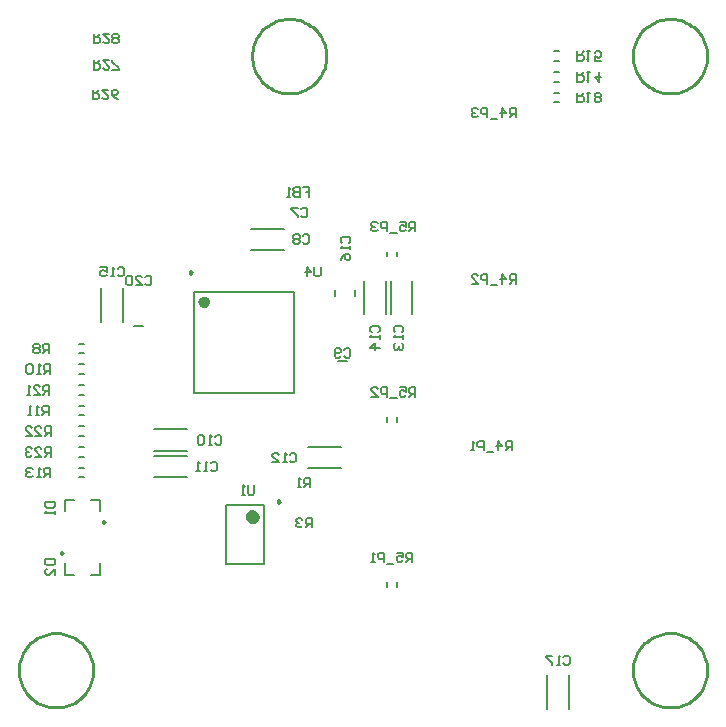
<source format=gbo>
G04*
G04 #@! TF.GenerationSoftware,Altium Limited,Altium Designer,20.2.6 (244)*
G04*
G04 Layer_Color=32896*
%FSLAX25Y25*%
%MOIN*%
G70*
G04*
G04 #@! TF.SameCoordinates,023A6027-31B4-44E3-9114-37264AD4D944*
G04*
G04*
G04 #@! TF.FilePolarity,Positive*
G04*
G01*
G75*
%ADD13C,0.01000*%
%ADD14C,0.00984*%
%ADD16C,0.00787*%
%ADD82C,0.01968*%
%ADD119C,0.02362*%
D13*
X105904Y220472D02*
X105864Y221470D01*
X105743Y222462D01*
X105544Y223440D01*
X105266Y224399D01*
X104912Y225333D01*
X104484Y226235D01*
X103984Y227100D01*
X103417Y227922D01*
X102786Y228695D01*
X102094Y229415D01*
X101346Y230078D01*
X100548Y230677D01*
X99704Y231211D01*
X98820Y231675D01*
X97901Y232067D01*
X96954Y232383D01*
X95984Y232622D01*
X94999Y232782D01*
X94003Y232862D01*
X93005D01*
X92009Y232782D01*
X91024Y232622D01*
X90054Y232383D01*
X89107Y232067D01*
X88188Y231675D01*
X87304Y231211D01*
X86460Y230677D01*
X85662Y230078D01*
X84914Y229415D01*
X84222Y228695D01*
X83591Y227922D01*
X83024Y227100D01*
X82524Y226235D01*
X82096Y225333D01*
X81742Y224399D01*
X81464Y223440D01*
X81265Y222462D01*
X81144Y221470D01*
X81104Y220472D01*
X81144Y219475D01*
X81265Y218483D01*
X81464Y217505D01*
X81742Y216546D01*
X82096Y215612D01*
X82524Y214710D01*
X83024Y213845D01*
X83591Y213023D01*
X84222Y212250D01*
X84914Y211529D01*
X85662Y210867D01*
X86460Y210267D01*
X87304Y209734D01*
X88188Y209270D01*
X89107Y208878D01*
X90054Y208562D01*
X91024Y208323D01*
X92009Y208163D01*
X93005Y208083D01*
X94003D01*
X94999Y208163D01*
X95984Y208323D01*
X96954Y208562D01*
X97901Y208878D01*
X98820Y209270D01*
X99704Y209734D01*
X100548Y210267D01*
X101346Y210867D01*
X102094Y211529D01*
X102786Y212250D01*
X103417Y213023D01*
X103984Y213845D01*
X104484Y214710D01*
X104912Y215612D01*
X105266Y216546D01*
X105544Y217505D01*
X105743Y218483D01*
X105864Y219475D01*
X105904Y220472D01*
X28148Y15748D02*
X28108Y16746D01*
X27988Y17737D01*
X27788Y18715D01*
X27510Y19675D01*
X27156Y20608D01*
X26728Y21511D01*
X26228Y22375D01*
X25661Y23197D01*
X25030Y23971D01*
X24338Y24691D01*
X23590Y25353D01*
X22792Y25953D01*
X21948Y26487D01*
X21064Y26951D01*
X20145Y27342D01*
X19198Y27658D01*
X18228Y27897D01*
X17243Y28058D01*
X16247Y28138D01*
X15249D01*
X14253Y28058D01*
X13268Y27897D01*
X12298Y27658D01*
X11351Y27342D01*
X10432Y26951D01*
X9548Y26487D01*
X8704Y25953D01*
X7906Y25353D01*
X7158Y24691D01*
X6466Y23971D01*
X5835Y23197D01*
X5268Y22375D01*
X4768Y21511D01*
X4340Y20608D01*
X3986Y19675D01*
X3708Y18715D01*
X3509Y17737D01*
X3388Y16746D01*
X3348Y15748D01*
X3388Y14750D01*
X3509Y13759D01*
X3708Y12780D01*
X3986Y11821D01*
X4340Y10888D01*
X4768Y9985D01*
X5268Y9121D01*
X5835Y8299D01*
X6466Y7525D01*
X7158Y6805D01*
X7906Y6143D01*
X8704Y5543D01*
X9548Y5009D01*
X10432Y4545D01*
X11351Y4154D01*
X12298Y3838D01*
X13268Y3599D01*
X14253Y3438D01*
X15249Y3358D01*
X16247D01*
X17243Y3438D01*
X18228Y3599D01*
X19198Y3838D01*
X20145Y4154D01*
X21064Y4545D01*
X21948Y5009D01*
X22792Y5543D01*
X23590Y6143D01*
X24338Y6805D01*
X25030Y7525D01*
X25661Y8299D01*
X26228Y9121D01*
X26728Y9985D01*
X27156Y10888D01*
X27510Y11821D01*
X27788Y12780D01*
X27988Y13759D01*
X28108Y14750D01*
X28148Y15748D01*
X232872Y220472D02*
X232832Y221470D01*
X232712Y222462D01*
X232512Y223440D01*
X232234Y224399D01*
X231880Y225333D01*
X231452Y226235D01*
X230953Y227100D01*
X230385Y227922D01*
X229754Y228695D01*
X229062Y229415D01*
X228315Y230078D01*
X227516Y230677D01*
X226672Y231211D01*
X225788Y231675D01*
X224869Y232067D01*
X223922Y232383D01*
X222953Y232622D01*
X221967Y232782D01*
X220972Y232862D01*
X219973D01*
X218978Y232782D01*
X217992Y232622D01*
X217022Y232383D01*
X216075Y232067D01*
X215157Y231675D01*
X214272Y231211D01*
X213428Y230677D01*
X212630Y230078D01*
X211883Y229415D01*
X211191Y228695D01*
X210559Y227922D01*
X209992Y227100D01*
X209493Y226235D01*
X209065Y225333D01*
X208711Y224399D01*
X208433Y223440D01*
X208233Y222462D01*
X208113Y221470D01*
X208072Y220472D01*
X208113Y219475D01*
X208233Y218483D01*
X208433Y217505D01*
X208711Y216546D01*
X209065Y215612D01*
X209493Y214710D01*
X209992Y213845D01*
X210559Y213023D01*
X211191Y212250D01*
X211883Y211529D01*
X212630Y210867D01*
X213428Y210267D01*
X214272Y209734D01*
X215157Y209270D01*
X216075Y208878D01*
X217023Y208562D01*
X217992Y208323D01*
X218978Y208163D01*
X219973Y208083D01*
X220972D01*
X221967Y208163D01*
X222953Y208323D01*
X223922Y208562D01*
X224870Y208878D01*
X225788Y209270D01*
X226673Y209734D01*
X227517Y210267D01*
X228315Y210867D01*
X229062Y211529D01*
X229754Y212250D01*
X230385Y213023D01*
X230953Y213845D01*
X231452Y214710D01*
X231880Y215612D01*
X232234Y216546D01*
X232512Y217505D01*
X232712Y218483D01*
X232832Y219475D01*
X232872Y220472D01*
Y15748D02*
X232832Y16746D01*
X232712Y17737D01*
X232512Y18715D01*
X232234Y19675D01*
X231880Y20608D01*
X231452Y21511D01*
X230953Y22375D01*
X230385Y23197D01*
X229754Y23971D01*
X229062Y24691D01*
X228315Y25353D01*
X227516Y25953D01*
X226672Y26487D01*
X225788Y26951D01*
X224869Y27342D01*
X223922Y27658D01*
X222953Y27897D01*
X221967Y28058D01*
X220972Y28138D01*
X219973D01*
X218978Y28058D01*
X217992Y27897D01*
X217022Y27658D01*
X216075Y27342D01*
X215157Y26951D01*
X214272Y26487D01*
X213428Y25953D01*
X212630Y25353D01*
X211883Y24691D01*
X211191Y23971D01*
X210559Y23197D01*
X209992Y22375D01*
X209493Y21511D01*
X209065Y20608D01*
X208711Y19675D01*
X208433Y18715D01*
X208233Y17737D01*
X208113Y16746D01*
X208072Y15748D01*
X208113Y14750D01*
X208233Y13759D01*
X208433Y12780D01*
X208711Y11821D01*
X209065Y10888D01*
X209493Y9985D01*
X209992Y9121D01*
X210559Y8299D01*
X211191Y7525D01*
X211883Y6805D01*
X212630Y6143D01*
X213428Y5543D01*
X214272Y5009D01*
X215157Y4545D01*
X216075Y4154D01*
X217023Y3838D01*
X217992Y3599D01*
X218978Y3438D01*
X219973Y3358D01*
X220972D01*
X221967Y3438D01*
X222953Y3599D01*
X223922Y3838D01*
X224870Y4154D01*
X225788Y4545D01*
X226673Y5009D01*
X227517Y5543D01*
X228315Y6143D01*
X229062Y6805D01*
X229754Y7525D01*
X230385Y8299D01*
X230953Y9121D01*
X231452Y9985D01*
X231880Y10888D01*
X232234Y11821D01*
X232512Y12780D01*
X232712Y13759D01*
X232832Y14750D01*
X232872Y15748D01*
D14*
X90354Y71969D02*
X89616Y72395D01*
Y71542D01*
X90354Y71969D01*
X61048Y148391D02*
X60310Y148817D01*
Y147964D01*
X61048Y148391D01*
X32185Y65158D02*
X31447Y65584D01*
Y64731D01*
X32185Y65158D01*
X18012Y54921D02*
X17274Y55348D01*
Y54495D01*
X18012Y54921D01*
D16*
X85039Y51181D02*
Y70866D01*
X72441Y51181D02*
Y70866D01*
X85039D01*
X72441Y51181D02*
X85039D01*
X99779Y83047D02*
X110851D01*
X99779Y90181D02*
X110851D01*
X61776Y141732D02*
X95241D01*
Y108268D02*
Y141732D01*
X61776Y108268D02*
X95241D01*
X61776D02*
Y141732D01*
X181890Y205118D02*
X183465D01*
X181890Y208268D02*
X183465D01*
X181890Y218898D02*
X183465D01*
X181890Y222047D02*
X183465D01*
X181890Y212008D02*
X183465D01*
X181890Y215158D02*
X183465D01*
X134473Y134531D02*
Y145603D01*
X127338Y134531D02*
Y145603D01*
X80775Y155882D02*
X91847D01*
X80775Y163016D02*
X91847D01*
X41732Y130512D02*
X44882D01*
X30882Y131957D02*
Y143028D01*
X38016Y131957D02*
Y143028D01*
X23425Y103937D02*
X25000D01*
X23425Y100787D02*
X25000D01*
X23425Y117717D02*
X25000D01*
X23425Y114567D02*
X25000D01*
X23425Y83268D02*
X25000D01*
X23425Y80118D02*
X25000D01*
X179504Y3019D02*
Y14091D01*
X186638Y3019D02*
Y14091D01*
X115551Y140551D02*
Y142520D01*
X108858Y140551D02*
Y142520D01*
X118480Y134531D02*
Y145603D01*
X125614Y134531D02*
Y145603D01*
X48295Y96087D02*
X59366D01*
X48295Y88952D02*
X59366D01*
X48295Y87229D02*
X59366D01*
X48295Y80094D02*
X59366D01*
X109646Y118701D02*
X112795D01*
X23425Y121457D02*
X25000D01*
X23425Y124606D02*
X25000D01*
X23425Y90158D02*
X25000D01*
X23425Y87008D02*
X25000D01*
X23425Y97047D02*
X25000D01*
X23425Y93898D02*
X25000D01*
X23425Y110827D02*
X25000D01*
X23425Y107677D02*
X25000D01*
X18701Y72638D02*
X21850D01*
X18701Y68701D02*
Y72638D01*
X27362D02*
X30512D01*
Y68701D02*
Y72638D01*
X27362Y47441D02*
X30512D01*
Y51378D01*
X18701Y47441D02*
X21850D01*
X18701D02*
Y51378D01*
X126114Y153740D02*
Y155315D01*
X129263Y153740D02*
Y155315D01*
X126114Y98622D02*
Y100197D01*
X129263Y98622D02*
Y100197D01*
X126114Y43504D02*
Y45079D01*
X129263Y43504D02*
Y45079D01*
X81823Y77362D02*
Y74738D01*
X81299Y74213D01*
X80249D01*
X79724Y74738D01*
Y77362D01*
X78675Y74213D02*
X77625D01*
X78150D01*
Y77362D01*
X78675Y76837D01*
X169025Y200078D02*
Y203226D01*
X167450D01*
X166926Y202702D01*
Y201652D01*
X167450Y201127D01*
X169025D01*
X167975D02*
X166926Y200078D01*
X164302D02*
Y203226D01*
X165876Y201652D01*
X163777D01*
X162727Y199553D02*
X160628D01*
X159579Y200078D02*
Y203226D01*
X158004D01*
X157480Y202702D01*
Y201652D01*
X158004Y201127D01*
X159579D01*
X156430Y202702D02*
X155905Y203226D01*
X154856D01*
X154331Y202702D01*
Y202177D01*
X154856Y201652D01*
X155381D01*
X154856D01*
X154331Y201127D01*
Y200603D01*
X154856Y200078D01*
X155905D01*
X156430Y200603D01*
X167711Y89042D02*
Y92191D01*
X166137D01*
X165612Y91666D01*
Y90617D01*
X166137Y90092D01*
X167711D01*
X166661D02*
X165612Y89042D01*
X162988D02*
Y92191D01*
X164562Y90617D01*
X162463D01*
X161414Y88518D02*
X159315D01*
X158265Y89042D02*
Y92191D01*
X156691D01*
X156166Y91666D01*
Y90617D01*
X156691Y90092D01*
X158265D01*
X155116Y89042D02*
X154067D01*
X154592D01*
Y92191D01*
X155116Y91666D01*
X104002Y150196D02*
Y147573D01*
X103477Y147048D01*
X102427D01*
X101903Y147573D01*
Y150196D01*
X99279Y147048D02*
Y150196D01*
X100853Y148622D01*
X98754D01*
X12205Y52821D02*
X15354D01*
Y51246D01*
X14829Y50722D01*
X12730D01*
X12205Y51246D01*
Y52821D01*
X15354Y47573D02*
Y49672D01*
X13255Y47573D01*
X12730D01*
X12205Y48098D01*
Y49147D01*
X12730Y49672D01*
X12205Y71981D02*
X15354D01*
Y70407D01*
X14829Y69882D01*
X12730D01*
X12205Y70407D01*
Y71981D01*
X15354Y68832D02*
Y67783D01*
Y68308D01*
X12205D01*
X12730Y68832D01*
X28282Y227952D02*
Y224804D01*
X29857D01*
X30381Y225328D01*
Y226378D01*
X29857Y226903D01*
X28282D01*
X29332D02*
X30381Y227952D01*
X33530D02*
X31431D01*
X33530Y225853D01*
Y225328D01*
X33005Y224804D01*
X31956D01*
X31431Y225328D01*
X34579D02*
X35104Y224804D01*
X36154D01*
X36678Y225328D01*
Y225853D01*
X36154Y226378D01*
X36678Y226903D01*
Y227428D01*
X36154Y227952D01*
X35104D01*
X34579Y227428D01*
Y226903D01*
X35104Y226378D01*
X34579Y225853D01*
Y225328D01*
X35104Y226378D02*
X36154D01*
X28282Y219094D02*
Y215945D01*
X29857D01*
X30381Y216470D01*
Y217520D01*
X29857Y218044D01*
X28282D01*
X29332D02*
X30381Y219094D01*
X33530D02*
X31431D01*
X33530Y216995D01*
Y216470D01*
X33005Y215945D01*
X31956D01*
X31431Y216470D01*
X34579Y215945D02*
X36678D01*
Y216470D01*
X34579Y218569D01*
Y219094D01*
X27987Y209251D02*
Y206103D01*
X29561D01*
X30086Y206628D01*
Y207677D01*
X29561Y208202D01*
X27987D01*
X29037D02*
X30086Y209251D01*
X33235D02*
X31135D01*
X33235Y207152D01*
Y206628D01*
X32710Y206103D01*
X31660D01*
X31135Y206628D01*
X36383Y206103D02*
X35334Y206628D01*
X34284Y207677D01*
Y208727D01*
X34809Y209251D01*
X35858D01*
X36383Y208727D01*
Y208202D01*
X35858Y207677D01*
X34284D01*
X14041Y87008D02*
Y90157D01*
X12466D01*
X11942Y89632D01*
Y88583D01*
X12466Y88058D01*
X14041D01*
X12991D02*
X11942Y87008D01*
X8793D02*
X10892D01*
X8793Y89107D01*
Y89632D01*
X9318Y90157D01*
X10367D01*
X10892Y89632D01*
X7744D02*
X7219Y90157D01*
X6169D01*
X5644Y89632D01*
Y89107D01*
X6169Y88583D01*
X6694D01*
X6169D01*
X5644Y88058D01*
Y87533D01*
X6169Y87008D01*
X7219D01*
X7744Y87533D01*
X14041Y93898D02*
Y97047D01*
X12466D01*
X11942Y96522D01*
Y95473D01*
X12466Y94948D01*
X14041D01*
X12991D02*
X11942Y93898D01*
X8793D02*
X10892D01*
X8793Y95997D01*
Y96522D01*
X9318Y97047D01*
X10367D01*
X10892Y96522D01*
X5644Y93898D02*
X7744D01*
X5644Y95997D01*
Y96522D01*
X6169Y97047D01*
X7219D01*
X7744Y96522D01*
X13516Y107678D02*
Y110826D01*
X11942D01*
X11417Y110301D01*
Y109252D01*
X11942Y108727D01*
X13516D01*
X12466D02*
X11417Y107678D01*
X8268D02*
X10367D01*
X8268Y109777D01*
Y110301D01*
X8793Y110826D01*
X9843D01*
X10367Y110301D01*
X7219Y107678D02*
X6169D01*
X6694D01*
Y110826D01*
X7219Y110301D01*
X189568Y208267D02*
Y205119D01*
X191142D01*
X191667Y205643D01*
Y206693D01*
X191142Y207218D01*
X189568D01*
X190618D02*
X191667Y208267D01*
X192717D02*
X193766D01*
X193242D01*
Y205119D01*
X192717Y205643D01*
X195341D02*
X195865Y205119D01*
X196915D01*
X197440Y205643D01*
Y206168D01*
X196915Y206693D01*
X197440Y207218D01*
Y207742D01*
X196915Y208267D01*
X195865D01*
X195341Y207742D01*
Y207218D01*
X195865Y206693D01*
X195341Y206168D01*
Y205643D01*
X195865Y206693D02*
X196915D01*
X189568Y222047D02*
Y218898D01*
X191142D01*
X191667Y219423D01*
Y220472D01*
X191142Y220997D01*
X189568D01*
X190618D02*
X191667Y222047D01*
X192717D02*
X193766D01*
X193242D01*
Y218898D01*
X192717Y219423D01*
X197440Y218898D02*
X195341D01*
Y220472D01*
X196390Y219948D01*
X196915D01*
X197440Y220472D01*
Y221522D01*
X196915Y222047D01*
X195865D01*
X195341Y221522D01*
X189568Y215157D02*
Y212008D01*
X191142D01*
X191667Y212533D01*
Y213583D01*
X191142Y214107D01*
X189568D01*
X190618D02*
X191667Y215157D01*
X192717D02*
X193766D01*
X193242D01*
Y212008D01*
X192717Y212533D01*
X196915Y215157D02*
Y212008D01*
X195341Y213583D01*
X197440D01*
X13778Y80119D02*
Y83267D01*
X12204D01*
X11679Y82742D01*
Y81693D01*
X12204Y81168D01*
X13778D01*
X12729D02*
X11679Y80119D01*
X10630D02*
X9580D01*
X10105D01*
Y83267D01*
X10630Y82742D01*
X8006D02*
X7481Y83267D01*
X6431D01*
X5907Y82742D01*
Y82218D01*
X6431Y81693D01*
X6956D01*
X6431D01*
X5907Y81168D01*
Y80643D01*
X6431Y80119D01*
X7481D01*
X8006Y80643D01*
X13253Y100788D02*
Y103937D01*
X11679D01*
X11154Y103412D01*
Y102362D01*
X11679Y101837D01*
X13253D01*
X12204D02*
X11154Y100788D01*
X10105D02*
X9055D01*
X9580D01*
Y103937D01*
X10105Y103412D01*
X7481Y100788D02*
X6431D01*
X6956D01*
Y103937D01*
X7481Y103412D01*
X13778Y114567D02*
Y117716D01*
X12204D01*
X11679Y117191D01*
Y116142D01*
X12204Y115617D01*
X13778D01*
X12729D02*
X11679Y114567D01*
X10630D02*
X9580D01*
X10105D01*
Y117716D01*
X10630Y117191D01*
X8006D02*
X7481Y117716D01*
X6431D01*
X5907Y117191D01*
Y115092D01*
X6431Y114567D01*
X7481D01*
X8006Y115092D01*
Y117191D01*
X13451Y121457D02*
Y124606D01*
X11876D01*
X11351Y124081D01*
Y123031D01*
X11876Y122507D01*
X13451D01*
X12401D02*
X11351Y121457D01*
X10302Y124081D02*
X9777Y124606D01*
X8728D01*
X8203Y124081D01*
Y123556D01*
X8728Y123031D01*
X8203Y122507D01*
Y121982D01*
X8728Y121457D01*
X9777D01*
X10302Y121982D01*
Y122507D01*
X9777Y123031D01*
X10302Y123556D01*
Y124081D01*
X9777Y123031D02*
X8728D01*
X135560Y162074D02*
Y165223D01*
X133986D01*
X133461Y164698D01*
Y163648D01*
X133986Y163124D01*
X135560D01*
X134511D02*
X133461Y162074D01*
X130312Y165223D02*
X132411D01*
Y163648D01*
X131362Y164173D01*
X130837D01*
X130312Y163648D01*
Y162599D01*
X130837Y162074D01*
X131887D01*
X132411Y162599D01*
X129263Y161549D02*
X127164D01*
X126114Y162074D02*
Y165223D01*
X124540D01*
X124015Y164698D01*
Y163648D01*
X124540Y163124D01*
X126114D01*
X122966Y164698D02*
X122441Y165223D01*
X121391D01*
X120867Y164698D01*
Y164173D01*
X121391Y163648D01*
X121916D01*
X121391D01*
X120867Y163124D01*
Y162599D01*
X121391Y162074D01*
X122441D01*
X122966Y162599D01*
X135560Y106956D02*
Y110104D01*
X133986D01*
X133461Y109580D01*
Y108530D01*
X133986Y108005D01*
X135560D01*
X134511D02*
X133461Y106956D01*
X130312Y110104D02*
X132411D01*
Y108530D01*
X131362Y109055D01*
X130837D01*
X130312Y108530D01*
Y107481D01*
X130837Y106956D01*
X131887D01*
X132411Y107481D01*
X129263Y106431D02*
X127164D01*
X126114Y106956D02*
Y110104D01*
X124540D01*
X124015Y109580D01*
Y108530D01*
X124540Y108005D01*
X126114D01*
X120867Y106956D02*
X122966D01*
X120867Y109055D01*
Y109580D01*
X121391Y110104D01*
X122441D01*
X122966Y109580D01*
X134511Y51838D02*
Y54986D01*
X132936D01*
X132411Y54461D01*
Y53412D01*
X132936Y52887D01*
X134511D01*
X133461D02*
X132411Y51838D01*
X129263Y54986D02*
X131362D01*
Y53412D01*
X130312Y53937D01*
X129788D01*
X129263Y53412D01*
Y52363D01*
X129788Y51838D01*
X130837D01*
X131362Y52363D01*
X128213Y51313D02*
X126114D01*
X125065Y51838D02*
Y54986D01*
X123490D01*
X122966Y54461D01*
Y53412D01*
X123490Y52887D01*
X125065D01*
X121916Y51838D02*
X120867D01*
X121391D01*
Y54986D01*
X121916Y54461D01*
X169025Y144665D02*
Y147813D01*
X167450D01*
X166926Y147288D01*
Y146239D01*
X167450Y145714D01*
X169025D01*
X167975D02*
X166926Y144665D01*
X164302D02*
Y147813D01*
X165876Y146239D01*
X163777D01*
X162727Y144140D02*
X160628D01*
X159579Y144665D02*
Y147813D01*
X158004D01*
X157480Y147288D01*
Y146239D01*
X158004Y145714D01*
X159579D01*
X154331Y144665D02*
X156430D01*
X154331Y146764D01*
Y147288D01*
X154856Y147813D01*
X155905D01*
X156430Y147288D01*
X101049Y63386D02*
Y66535D01*
X99475D01*
X98950Y66010D01*
Y64961D01*
X99475Y64436D01*
X101049D01*
X99999D02*
X98950Y63386D01*
X97900Y66010D02*
X97376Y66535D01*
X96326D01*
X95801Y66010D01*
Y65485D01*
X96326Y64961D01*
X96851D01*
X96326D01*
X95801Y64436D01*
Y63911D01*
X96326Y63386D01*
X97376D01*
X97900Y63911D01*
X100524Y76772D02*
Y79921D01*
X98950D01*
X98425Y79396D01*
Y78347D01*
X98950Y77822D01*
X100524D01*
X99475D02*
X98425Y76772D01*
X97376D02*
X96326D01*
X96851D01*
Y79921D01*
X97376Y79396D01*
X98031Y176771D02*
X100130D01*
Y175197D01*
X99080D01*
X100130D01*
Y173623D01*
X96981Y176771D02*
Y173623D01*
X95407D01*
X94882Y174147D01*
Y174672D01*
X95407Y175197D01*
X96981D01*
X95407D01*
X94882Y175722D01*
Y176246D01*
X95407Y176771D01*
X96981D01*
X93833Y173623D02*
X92783D01*
X93308D01*
Y176771D01*
X93833Y176246D01*
X45406Y146719D02*
X45931Y147244D01*
X46980D01*
X47505Y146719D01*
Y144620D01*
X46980Y144095D01*
X45931D01*
X45406Y144620D01*
X42258Y144095D02*
X44357D01*
X42258Y146194D01*
Y146719D01*
X42782Y147244D01*
X43832D01*
X44357Y146719D01*
X41208D02*
X40683Y147244D01*
X39634D01*
X39109Y146719D01*
Y144620D01*
X39634Y144095D01*
X40683D01*
X41208Y144620D01*
Y146719D01*
X184907Y20128D02*
X185432Y20653D01*
X186482D01*
X187007Y20128D01*
Y18029D01*
X186482Y17504D01*
X185432D01*
X184907Y18029D01*
X183858Y17504D02*
X182808D01*
X183333D01*
Y20653D01*
X183858Y20128D01*
X181234Y20653D02*
X179135D01*
Y20128D01*
X181234Y18029D01*
Y17504D01*
X111155Y158136D02*
X110630Y158661D01*
Y159710D01*
X111155Y160235D01*
X113254D01*
X113779Y159710D01*
Y158661D01*
X113254Y158136D01*
X113779Y157086D02*
Y156037D01*
Y156562D01*
X110630D01*
X111155Y157086D01*
X110630Y152364D02*
X111155Y153413D01*
X112205Y154463D01*
X113254D01*
X113779Y153938D01*
Y152888D01*
X113254Y152364D01*
X112730D01*
X112205Y152888D01*
Y154463D01*
X36285Y149672D02*
X36810Y150196D01*
X37860D01*
X38385Y149672D01*
Y147573D01*
X37860Y147048D01*
X36810D01*
X36285Y147573D01*
X35236Y147048D02*
X34186D01*
X34711D01*
Y150196D01*
X35236Y149672D01*
X30513Y150196D02*
X32612D01*
Y148622D01*
X31563Y149147D01*
X31038D01*
X30513Y148622D01*
Y147573D01*
X31038Y147048D01*
X32087D01*
X32612Y147573D01*
X120998Y128427D02*
X120473Y128952D01*
Y130001D01*
X120998Y130526D01*
X123097D01*
X123621Y130001D01*
Y128952D01*
X123097Y128427D01*
X123621Y127378D02*
Y126328D01*
Y126853D01*
X120473D01*
X120998Y127378D01*
X123621Y123179D02*
X120473D01*
X122047Y124754D01*
Y122655D01*
X128872Y128427D02*
X128347Y128952D01*
Y130001D01*
X128872Y130526D01*
X130971D01*
X131495Y130001D01*
Y128952D01*
X130971Y128427D01*
X131495Y127378D02*
Y126328D01*
Y126853D01*
X128347D01*
X128872Y127378D01*
Y124754D02*
X128347Y124229D01*
Y123179D01*
X128872Y122655D01*
X129396D01*
X129921Y123179D01*
Y123704D01*
Y123179D01*
X130446Y122655D01*
X130971D01*
X131495Y123179D01*
Y124229D01*
X130971Y124754D01*
X93675Y87664D02*
X94200Y88188D01*
X95249D01*
X95774Y87664D01*
Y85565D01*
X95249Y85040D01*
X94200D01*
X93675Y85565D01*
X92626Y85040D02*
X91576D01*
X92101D01*
Y88188D01*
X92626Y87664D01*
X87903Y85040D02*
X90002D01*
X87903Y87139D01*
Y87664D01*
X88428Y88188D01*
X89477D01*
X90002Y87664D01*
X67257Y84711D02*
X67782Y85236D01*
X68831D01*
X69356Y84711D01*
Y82612D01*
X68831Y82087D01*
X67782D01*
X67257Y82612D01*
X66207Y82087D02*
X65158D01*
X65683D01*
Y85236D01*
X66207Y84711D01*
X63583Y82087D02*
X62534D01*
X63059D01*
Y85236D01*
X63583Y84711D01*
X68766Y93569D02*
X69291Y94094D01*
X70340D01*
X70865Y93569D01*
Y91470D01*
X70340Y90945D01*
X69291D01*
X68766Y91470D01*
X67716Y90945D02*
X66667D01*
X67191D01*
Y94094D01*
X67716Y93569D01*
X65092D02*
X64568Y94094D01*
X63518D01*
X62993Y93569D01*
Y91470D01*
X63518Y90945D01*
X64568D01*
X65092Y91470D01*
Y93569D01*
X111745Y122506D02*
X112270Y123031D01*
X113320D01*
X113844Y122506D01*
Y120407D01*
X113320Y119882D01*
X112270D01*
X111745Y120407D01*
X110696D02*
X110171Y119882D01*
X109121D01*
X108597Y120407D01*
Y122506D01*
X109121Y123031D01*
X110171D01*
X110696Y122506D01*
Y121981D01*
X110171Y121457D01*
X108597D01*
X97375Y169357D02*
X97900Y169881D01*
X98949D01*
X99474Y169357D01*
Y167258D01*
X98949Y166733D01*
X97900D01*
X97375Y167258D01*
X96326Y169881D02*
X94226D01*
Y169357D01*
X96326Y167258D01*
Y166733D01*
X97966Y160498D02*
X98491Y161023D01*
X99540D01*
X100065Y160498D01*
Y158399D01*
X99540Y157875D01*
X98491D01*
X97966Y158399D01*
X96916Y160498D02*
X96391Y161023D01*
X95342D01*
X94817Y160498D01*
Y159974D01*
X95342Y159449D01*
X94817Y158924D01*
Y158399D01*
X95342Y157875D01*
X96391D01*
X96916Y158399D01*
Y158924D01*
X96391Y159449D01*
X96916Y159974D01*
Y160498D01*
X96391Y159449D02*
X95342D01*
D82*
X66107Y138386D02*
X65615Y139238D01*
X64631D01*
X64139Y138386D01*
X64631Y137533D01*
X65615D01*
X66107Y138386D01*
D119*
X82284Y66929D02*
X81839Y67852D01*
X80840Y68081D01*
X80038Y67442D01*
Y66417D01*
X80840Y65778D01*
X81839Y66006D01*
X82284Y66929D01*
M02*

</source>
